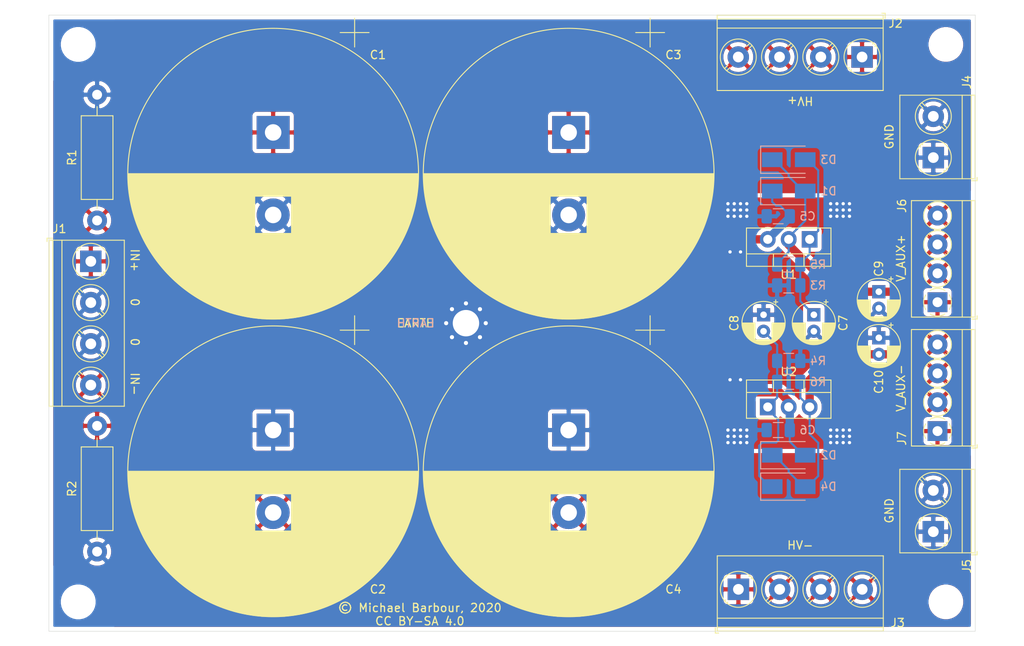
<source format=kicad_pcb>
(kicad_pcb (version 20171130) (host pcbnew 5.1.9)
  (layers (0 F.Cu signal) (31 B.Cu signal) (34 B.Paste user) (35 F.Paste user) (36 B.SilkS user) (37 F.SilkS user) (38 B.Mask user) (39 F.Mask user) (44 Edge.Cuts user))
  (net 0 "")
  (net 1 GND)
  (net 2 "Net-(C1-Pad1)")
  (net 3 "Net-(C2-Pad2)")
  (net 4 "Net-(C7-Pad1)")
  (net 5 "Net-(C8-Pad2)")
  (net 6 "Net-(C9-Pad1)")
  (net 7 "Net-(C10-Pad2)")
  (module MountingHole:MountingHole_3.2mm_M3_Pad_Via (layer F.Cu) (at 129.286 90.424)
    (fp_text reference H1 hide)
    (fp_text value MountingHole_Pad)
    (pad 1 thru_hole circle (at 1.697056 -1.697056) (size 0.8 0.8) (drill 0.5) (layers *.Cu *.Mask) (net 1 GND))
    (pad 1 thru_hole circle (at 0 -2.4) (size 0.8 0.8) (drill 0.5) (layers *.Cu *.Mask) (net 1 GND))
    (pad 1 thru_hole circle (at -1.697056 -1.697056) (size 0.8 0.8) (drill 0.5) (layers *.Cu *.Mask) (net 1 GND))
    (pad 1 thru_hole circle (at -2.4 0) (size 0.8 0.8) (drill 0.5) (layers *.Cu *.Mask) (net 1 GND))
    (pad 1 thru_hole circle (at -1.697056 1.697056) (size 0.8 0.8) (drill 0.5) (layers *.Cu *.Mask) (net 1 GND))
    (pad 1 thru_hole circle (at 0 2.4) (size 0.8 0.8) (drill 0.5) (layers *.Cu *.Mask) (net 1 GND))
    (pad 1 thru_hole circle (at 1.697056 1.697056) (size 0.8 0.8) (drill 0.5) (layers *.Cu *.Mask) (net 1 GND))
    (pad 1 thru_hole circle (at 2.4 0) (size 0.8 0.8) (drill 0.5) (layers *.Cu *.Mask) (net 1 GND))
    (pad 1 thru_hole circle (at 0 0) (size 6.4 6.4) (drill 3.2) (layers *.Cu *.Mask) (net 1 GND))
  )
  (module MountingHole:MountingHole_3.2mm_M3 (layer F.Cu) (at 82.296 56.642)
    (fp_text reference REF** hide)
    (fp_text value MountingHole_3.2mm_M3)
    (pad 1 np_thru_hole circle (at 0 0) (size 3.2 3.2) (drill 3.2) (layers *.Cu *.Mask))
  )
  (module MountingHole:MountingHole_3.2mm_M3 (layer F.Cu) (at 82.296 124.206)
    (fp_text reference REF** hide)
    (fp_text value MountingHole_3.2mm_M3)
    (pad 1 np_thru_hole circle (at 0 0) (size 3.2 3.2) (drill 3.2) (layers *.Cu *.Mask))
  )
  (module MountingHole:MountingHole_3.2mm_M3 (layer F.Cu) (at 187.452 124.206)
    (fp_text reference REF** hide)
    (fp_text value MountingHole_3.2mm_M3)
    (pad 1 np_thru_hole circle (at 0 0) (size 3.2 3.2) (drill 3.2) (layers *.Cu *.Mask))
  )
  (module MountingHole:MountingHole_3.2mm_M3 (layer F.Cu) (at 187.452 56.642)
    (fp_text reference REF** hide)
    (fp_text value MountingHole_3.2mm_M3)
    (pad 1 np_thru_hole circle (at 0 0) (size 3.2 3.2) (drill 3.2) (layers *.Cu *.Mask))
  )
  (module TerminalBlock_Phoenix:TerminalBlock_Phoenix_PT-1,5-2-5.0-H_1x02_P5.00mm_Horizontal (layer F.Cu) (at 185.928 115.697 90)
    (fp_text reference J5 (at -4.191 4.064 90) (layer F.SilkS))
    (fp_text value GND)
    (pad 2 thru_hole circle (at 5 0 90) (size 2.6 2.6) (drill 1.3) (layers *.Cu *.Mask) (net 1 GND))
    (pad 1 thru_hole rect (at 0 0 90) (size 2.6 2.6) (drill 1.3) (layers *.Cu *.Mask) (net 1 GND))
  )
  (module TerminalBlock_Phoenix:TerminalBlock_Phoenix_PT-1,5-2-5.0-H_1x02_P5.00mm_Horizontal (layer F.Cu) (at 185.928 70.358 90)
    (fp_text reference J4 (at 9.144 4.064 90) (layer F.SilkS))
    (fp_text value GND)
    (pad 2 thru_hole circle (at 5 0 90) (size 2.6 2.6) (drill 1.3) (layers *.Cu *.Mask) (net 1 GND))
    (pad 1 thru_hole rect (at 0 0 90) (size 2.6 2.6) (drill 1.3) (layers *.Cu *.Mask) (net 1 GND))
  )
  (module TerminalBlock_Phoenix:TerminalBlock_Phoenix_PT-1,5-4-5.0-H_1x04_P5.00mm_Horizontal (layer F.Cu) (at 162.306 122.682)
    (fp_text reference J3 (at 19.304 4.064) (layer F.SilkS))
    (fp_text value -35V)
    (pad 4 thru_hole circle (at 15 0) (size 2.6 2.6) (drill 1.3) (layers *.Cu *.Mask) (net 3 "Net-(C2-Pad2)"))
    (pad 3 thru_hole circle (at 10 0) (size 2.6 2.6) (drill 1.3) (layers *.Cu *.Mask) (net 3 "Net-(C2-Pad2)"))
    (pad 2 thru_hole circle (at 5 0) (size 2.6 2.6) (drill 1.3) (layers *.Cu *.Mask) (net 3 "Net-(C2-Pad2)"))
    (pad 1 thru_hole rect (at 0 0) (size 2.6 2.6) (drill 1.3) (layers *.Cu *.Mask) (net 3 "Net-(C2-Pad2)"))
  )
  (module TerminalBlock_Phoenix:TerminalBlock_Phoenix_PT-1,5-4-5.0-H_1x04_P5.00mm_Horizontal (layer F.Cu) (at 177.292 58.166 180)
    (fp_text reference J2 (at -4.064 4.064) (layer F.SilkS))
    (fp_text value +35V)
    (pad 4 thru_hole circle (at 15 0 180) (size 2.6 2.6) (drill 1.3) (layers *.Cu *.Mask) (net 2 "Net-(C1-Pad1)"))
    (pad 3 thru_hole circle (at 10 0 180) (size 2.6 2.6) (drill 1.3) (layers *.Cu *.Mask) (net 2 "Net-(C1-Pad1)"))
    (pad 2 thru_hole circle (at 5 0 180) (size 2.6 2.6) (drill 1.3) (layers *.Cu *.Mask) (net 2 "Net-(C1-Pad1)"))
    (pad 1 thru_hole rect (at 0 0 180) (size 2.6 2.6) (drill 1.3) (layers *.Cu *.Mask) (net 2 "Net-(C1-Pad1)"))
  )
  (module TerminalBlock_Phoenix:TerminalBlock_Phoenix_PT-1,5-4-3.5-H_1x04_P3.50mm_Horizontal (layer F.Cu) (at 186.436 103.505 90)
    (fp_text reference J7 (at -0.889 -4.318 90) (layer F.SilkS))
    (fp_text value -15V)
    (pad 4 thru_hole circle (at 10.5 0 90) (size 2.4 2.4) (drill 1.2) (layers *.Cu *.Mask) (net 7 "Net-(C10-Pad2)"))
    (pad 3 thru_hole circle (at 7 0 90) (size 2.4 2.4) (drill 1.2) (layers *.Cu *.Mask) (net 7 "Net-(C10-Pad2)"))
    (pad 2 thru_hole circle (at 3.5 0 90) (size 2.4 2.4) (drill 1.2) (layers *.Cu *.Mask) (net 7 "Net-(C10-Pad2)"))
    (pad 1 thru_hole rect (at 0 0 90) (size 2.4 2.4) (drill 1.2) (layers *.Cu *.Mask) (net 7 "Net-(C10-Pad2)"))
  )
  (module TerminalBlock_Phoenix:TerminalBlock_Phoenix_PT-1,5-4-3.5-H_1x04_P3.50mm_Horizontal (layer F.Cu) (at 186.436 87.884 90)
    (fp_text reference J6 (at 11.684 -4.318 90) (layer F.SilkS))
    (fp_text value +15V)
    (pad 4 thru_hole circle (at 10.5 0 90) (size 2.4 2.4) (drill 1.2) (layers *.Cu *.Mask) (net 6 "Net-(C9-Pad1)"))
    (pad 3 thru_hole circle (at 7 0 90) (size 2.4 2.4) (drill 1.2) (layers *.Cu *.Mask) (net 6 "Net-(C9-Pad1)"))
    (pad 2 thru_hole circle (at 3.5 0 90) (size 2.4 2.4) (drill 1.2) (layers *.Cu *.Mask) (net 6 "Net-(C9-Pad1)"))
    (pad 1 thru_hole rect (at 0 0 90) (size 2.4 2.4) (drill 1.2) (layers *.Cu *.Mask) (net 6 "Net-(C9-Pad1)"))
  )
  (module TerminalBlock_Phoenix:TerminalBlock_Phoenix_PT-1,5-4-5.0-H_1x04_P5.00mm_Horizontal (layer F.Cu) (at 83.82 82.931 270)
    (fp_text reference J1 (at -3.937 3.81 180) (layer F.SilkS))
    (fp_text value V_IN)
    (pad 4 thru_hole circle (at 15 0 270) (size 2.6 2.6) (drill 1.3) (layers *.Cu *.Mask) (net 3 "Net-(C2-Pad2)"))
    (pad 3 thru_hole circle (at 10 0 270) (size 2.6 2.6) (drill 1.3) (layers *.Cu *.Mask) (net 1 GND))
    (pad 2 thru_hole circle (at 5 0 270) (size 2.6 2.6) (drill 1.3) (layers *.Cu *.Mask) (net 1 GND))
    (pad 1 thru_hole rect (at 0 0 270) (size 2.6 2.6) (drill 1.3) (layers *.Cu *.Mask) (net 2 "Net-(C1-Pad1)"))
  )
  (module Capacitor_THT:CP_Radial_D35.0mm_P10.00mm_SnapIn (layer F.Cu) (at 141.732 103.378 270)
    (fp_text reference C4 (at 19.304 -12.7 180) (layer F.SilkS))
    (fp_text value 22000µ)
    (pad 2 thru_hole circle (at 10 0 270) (size 4 4) (drill 2) (layers *.Cu *.Mask) (net 3 "Net-(C2-Pad2)"))
    (pad 1 thru_hole rect (at 0 0 270) (size 4 4) (drill 2) (layers *.Cu *.Mask) (net 1 GND))
  )
  (module Capacitor_THT:CP_Radial_D35.0mm_P10.00mm_SnapIn (layer F.Cu) (at 141.732 67.31 270)
    (fp_text reference C3 (at -9.398 -12.7 180) (layer F.SilkS))
    (fp_text value 22000µ)
    (pad 2 thru_hole circle (at 10 0 270) (size 4 4) (drill 2) (layers *.Cu *.Mask) (net 1 GND))
    (pad 1 thru_hole rect (at 0 0 270) (size 4 4) (drill 2) (layers *.Cu *.Mask) (net 2 "Net-(C1-Pad1)"))
  )
  (module Capacitor_THT:CP_Radial_D5.0mm_P2.00mm (layer F.Cu) (at 179.324 92.202 270)
    (fp_text reference C10 (at 5.334 0 90) (layer F.SilkS))
    (fp_text value 22µ)
    (pad 2 thru_hole circle (at 2 0 270) (size 1.6 1.6) (drill 0.8) (layers *.Cu *.Mask) (net 7 "Net-(C10-Pad2)"))
    (pad 1 thru_hole rect (at 0 0 270) (size 1.6 1.6) (drill 0.8) (layers *.Cu *.Mask) (net 1 GND))
  )
  (module Capacitor_THT:CP_Radial_D5.0mm_P2.00mm (layer F.Cu) (at 179.324 86.614 270)
    (fp_text reference C9 (at -2.794 0 90) (layer F.SilkS))
    (fp_text value 22µ)
    (pad 2 thru_hole circle (at 2 0 270) (size 1.6 1.6) (drill 0.8) (layers *.Cu *.Mask) (net 1 GND))
    (pad 1 thru_hole rect (at 0 0 270) (size 1.6 1.6) (drill 0.8) (layers *.Cu *.Mask) (net 6 "Net-(C9-Pad1)"))
  )
  (module Capacitor_THT:CP_Radial_D5.0mm_P2.00mm (layer F.Cu) (at 165.354 89.408 270)
    (fp_text reference C8 (at 1.016 3.556 90) (layer F.SilkS))
    (fp_text value 22µ)
    (pad 2 thru_hole circle (at 2 0 270) (size 1.6 1.6) (drill 0.8) (layers *.Cu *.Mask) (net 5 "Net-(C8-Pad2)"))
    (pad 1 thru_hole rect (at 0 0 270) (size 1.6 1.6) (drill 0.8) (layers *.Cu *.Mask) (net 1 GND))
  )
  (module Capacitor_THT:CP_Radial_D5.0mm_P2.00mm (layer F.Cu) (at 171.45 89.408 270)
    (fp_text reference C7 (at 1 -3.556 90) (layer F.SilkS))
    (fp_text value 22µ)
    (pad 2 thru_hole circle (at 2 0 270) (size 1.6 1.6) (drill 0.8) (layers *.Cu *.Mask) (net 1 GND))
    (pad 1 thru_hole rect (at 0 0 270) (size 1.6 1.6) (drill 0.8) (layers *.Cu *.Mask) (net 4 "Net-(C7-Pad1)"))
  )
  (module Capacitor_SMD:C_1206_3216Metric (layer B.Cu) (at 167.132 103.378)
    (fp_text reference C6 (at 3.556 0) (layer B.SilkS) (effects (justify mirror)))
    (fp_text value 1µ)
    (pad 1 smd roundrect (at -1.4 0) (size 1.25 1.75) (layers B.Cu B.Paste B.Mask) (roundrect_rratio 0.2) (net 1 GND))
    (pad 2 smd roundrect (at 1.4 0) (size 1.25 1.75) (layers B.Cu B.Paste B.Mask) (roundrect_rratio 0.2) (net 3 "Net-(C2-Pad2)"))
  )
  (module Capacitor_SMD:C_1206_3216Metric (layer B.Cu) (at 167.132 77.47 180)
    (fp_text reference C5 (at -3.556 0 180) (layer B.SilkS) (effects (justify mirror)))
    (fp_text value 1µ)
    (pad 2 smd roundrect (at 1.4 0 180) (size 1.25 1.75) (layers B.Cu B.Paste B.Mask) (roundrect_rratio 0.2) (net 1 GND))
    (pad 1 smd roundrect (at -1.4 0 180) (size 1.25 1.75) (layers B.Cu B.Paste B.Mask) (roundrect_rratio 0.2) (net 2 "Net-(C1-Pad1)"))
  )
  (module Resistor_THT:R_Axial_DIN0411_L9.9mm_D3.6mm_P15.24mm_Horizontal (layer F.Cu) (at 84.582 118.11 90)
    (fp_text reference R2 (at 7.62 -3.048 90) (layer F.SilkS))
    (fp_text value 5.6k)
    (pad 2 thru_hole oval (at 15.24 0 90) (size 2.4 2.4) (drill 1.2) (layers *.Cu *.Mask) (net 3 "Net-(C2-Pad2)"))
    (pad 1 thru_hole circle (at 0 0 90) (size 2.4 2.4) (drill 1.2) (layers *.Cu *.Mask) (net 1 GND))
  )
  (module Resistor_THT:R_Axial_DIN0411_L9.9mm_D3.6mm_P15.24mm_Horizontal (layer F.Cu) (at 84.582 77.978 90)
    (fp_text reference R1 (at 7.62 -3.048 90) (layer F.SilkS))
    (fp_text value 5.6k)
    (pad 2 thru_hole oval (at 15.24 0 90) (size 2.4 2.4) (drill 1.2) (layers *.Cu *.Mask) (net 1 GND))
    (pad 1 thru_hole circle (at 0 0 90) (size 2.4 2.4) (drill 1.2) (layers *.Cu *.Mask) (net 2 "Net-(C1-Pad1)"))
  )
  (module Package_TO_SOT_THT:TO-220-3_Vertical (layer F.Cu) (at 165.862 100.584)
    (fp_text reference U2 (at 2.54 -4.27) (layer F.SilkS))
    (fp_text value LM337_TO220)
    (pad 3 thru_hole oval (at 5.08 0) (size 1.905 2) (drill 1.1) (layers *.Cu *.Mask) (net 7 "Net-(C10-Pad2)"))
    (pad 2 thru_hole oval (at 2.54 0) (size 1.905 2) (drill 1.1) (layers *.Cu *.Mask) (net 3 "Net-(C2-Pad2)"))
    (pad 1 thru_hole rect (at 0 0) (size 1.905 2) (drill 1.1) (layers *.Cu *.Mask) (net 5 "Net-(C8-Pad2)"))
  )
  (module Package_TO_SOT_THT:TO-220-3_Vertical (layer F.Cu) (at 170.942 80.264 180)
    (fp_text reference U1 (at 2.54 -4.27) (layer F.SilkS))
    (fp_text value LM317_TO-220)
    (pad 3 thru_hole oval (at 5.08 0 180) (size 1.905 2) (drill 1.1) (layers *.Cu *.Mask) (net 2 "Net-(C1-Pad1)"))
    (pad 2 thru_hole oval (at 2.54 0 180) (size 1.905 2) (drill 1.1) (layers *.Cu *.Mask) (net 6 "Net-(C9-Pad1)"))
    (pad 1 thru_hole rect (at 0 0 180) (size 1.905 2) (drill 1.1) (layers *.Cu *.Mask) (net 4 "Net-(C7-Pad1)"))
  )
  (module Resistor_SMD:R_1206_3216Metric (layer B.Cu) (at 168.402 97.536)
    (fp_text reference R6 (at 3.556 0) (layer B.SilkS) (effects (justify mirror)))
    (fp_text value 220R)
    (pad 2 smd roundrect (at 1.4 0) (size 1.25 1.75) (layers B.Cu B.Paste B.Mask) (roundrect_rratio 0.2) (net 7 "Net-(C10-Pad2)"))
    (pad 1 smd roundrect (at -1.4 0) (size 1.25 1.75) (layers B.Cu B.Paste B.Mask) (roundrect_rratio 0.2) (net 5 "Net-(C8-Pad2)"))
  )
  (module Resistor_SMD:R_1206_3216Metric (layer B.Cu) (at 168.402 83.312)
    (fp_text reference R5 (at 3.556 0) (layer B.SilkS) (effects (justify mirror)))
    (fp_text value 220R)
    (pad 2 smd roundrect (at 1.4 0) (size 1.25 1.75) (layers B.Cu B.Paste B.Mask) (roundrect_rratio 0.2) (net 4 "Net-(C7-Pad1)"))
    (pad 1 smd roundrect (at -1.4 0) (size 1.25 1.75) (layers B.Cu B.Paste B.Mask) (roundrect_rratio 0.2) (net 6 "Net-(C9-Pad1)"))
  )
  (module Resistor_SMD:R_1206_3216Metric (layer B.Cu) (at 168.402 94.996 180)
    (fp_text reference R4 (at -3.556 0) (layer B.SilkS) (effects (justify mirror)))
    (fp_text value 2.4k)
    (pad 2 smd roundrect (at 1.4 0 180) (size 1.25 1.75) (layers B.Cu B.Paste B.Mask) (roundrect_rratio 0.2) (net 5 "Net-(C8-Pad2)"))
    (pad 1 smd roundrect (at -1.4 0 180) (size 1.25 1.75) (layers B.Cu B.Paste B.Mask) (roundrect_rratio 0.2) (net 1 GND))
  )
  (module Resistor_SMD:R_1206_3216Metric (layer B.Cu) (at 168.402 85.852 180)
    (fp_text reference R3 (at -3.556 0) (layer B.SilkS) (effects (justify mirror)))
    (fp_text value 2.4k)
    (pad 2 smd roundrect (at 1.4 0 180) (size 1.25 1.75) (layers B.Cu B.Paste B.Mask) (roundrect_rratio 0.2) (net 1 GND))
    (pad 1 smd roundrect (at -1.4 0 180) (size 1.25 1.75) (layers B.Cu B.Paste B.Mask) (roundrect_rratio 0.2) (net 4 "Net-(C7-Pad1)"))
  )
  (module Diode_SMD:D_SMA (layer B.Cu) (at 168.402 110.236)
    (fp_text reference D4 (at 4.826 0) (layer B.SilkS) (effects (justify mirror)))
    (fp_text value S1G)
    (pad 1 smd rect (at -2 0) (size 2.5 1.8) (layers B.Cu B.Paste B.Mask) (net 5 "Net-(C8-Pad2)"))
    (pad 2 smd rect (at 2 0) (size 2.5 1.8) (layers B.Cu B.Paste B.Mask) (net 7 "Net-(C10-Pad2)"))
  )
  (module Diode_SMD:D_SMA (layer B.Cu) (at 168.402 70.612)
    (fp_text reference D3 (at 4.826 0) (layer B.SilkS) (effects (justify mirror)))
    (fp_text value S1G)
    (pad 2 smd rect (at 2 0) (size 2.5 1.8) (layers B.Cu B.Paste B.Mask) (net 4 "Net-(C7-Pad1)"))
    (pad 1 smd rect (at -2 0) (size 2.5 1.8) (layers B.Cu B.Paste B.Mask) (net 6 "Net-(C9-Pad1)"))
  )
  (module Diode_SMD:D_SMA (layer B.Cu) (at 168.402 106.426)
    (fp_text reference D2 (at 4.826 0) (layer B.SilkS) (effects (justify mirror)))
    (fp_text value S1G)
    (pad 2 smd rect (at 2 0) (size 2.5 1.8) (layers B.Cu B.Paste B.Mask) (net 3 "Net-(C2-Pad2)"))
    (pad 1 smd rect (at -2 0) (size 2.5 1.8) (layers B.Cu B.Paste B.Mask) (net 7 "Net-(C10-Pad2)"))
  )
  (module Diode_SMD:D_SMA (layer B.Cu) (at 168.402 74.422)
    (fp_text reference D1 (at 4.826 0) (layer B.SilkS) (effects (justify mirror)))
    (fp_text value S1G)
    (pad 2 smd rect (at 2 0) (size 2.5 1.8) (layers B.Cu B.Paste B.Mask) (net 6 "Net-(C9-Pad1)"))
    (pad 1 smd rect (at -2 0) (size 2.5 1.8) (layers B.Cu B.Paste B.Mask) (net 2 "Net-(C1-Pad1)"))
  )
  (module Capacitor_THT:CP_Radial_D35.0mm_P10.00mm_SnapIn (layer F.Cu) (at 105.918 103.378 270)
    (fp_text reference C2 (at 19.304 -12.7 180) (layer F.SilkS))
    (fp_text value 22000µ)
    (pad 2 thru_hole circle (at 10 0 270) (size 4 4) (drill 2) (layers *.Cu *.Mask) (net 3 "Net-(C2-Pad2)"))
    (pad 1 thru_hole rect (at 0 0 270) (size 4 4) (drill 2) (layers *.Cu *.Mask) (net 1 GND))
  )
  (module Capacitor_THT:CP_Radial_D35.0mm_P10.00mm_SnapIn (layer F.Cu) (at 105.918 67.31 270)
    (fp_text reference C1 (at -9.398 -12.7 180) (layer F.SilkS))
    (fp_text value 22000µ)
    (pad 2 thru_hole circle (at 10 0 270) (size 4 4) (drill 2) (layers *.Cu *.Mask) (net 1 GND))
    (pad 1 thru_hole rect (at 0 0 270) (size 4 4) (drill 2) (layers *.Cu *.Mask) (net 2 "Net-(C1-Pad1)"))
  )
  (gr_text "© Michael Barbour, 2020\nCC BY-SA 4.0" (at 123.698 125.73) (layer F.SilkS) (effects (font (size 1 1))))
  (gr_text EARTH (at 123.19 90.424) (layer B.SilkS) (effects (font (size 1 1)) (justify mirror)))
  (gr_text EARTH (at 123.19 90.424) (layer F.SilkS) (effects (font (size 1 1))))
  (gr_text V_AUX- (at 181.991 98.298 90) (layer F.SilkS) (effects (font (size 1 1))))
  (gr_text V_AUX+ (at 181.991 82.55 90) (layer F.SilkS) (effects (font (size 1 1))))
  (gr_text GND (at 180.594 113.157 90) (layer F.SilkS) (effects (font (size 1 1))))
  (gr_text HV- (at 169.799 117.348) (layer F.SilkS) (effects (font (size 1 1))))
  (gr_text GND (at 180.594 67.818 90) (layer F.SilkS) (effects (font (size 1 1))))
  (gr_text HV+ (at 169.799 63.5 180) (layer F.SilkS) (effects (font (size 1 1))))
  (gr_text 0 (at 89.154 92.71 270) (layer F.SilkS) (effects (font (size 1 1))))
  (gr_text 0 (at 89.154 87.884 270) (layer F.SilkS) (effects (font (size 1 1))))
  (gr_text IN- (at 89.154 97.79 270) (layer F.SilkS) (effects (font (size 1 1))))
  (gr_text IN+ (at 89.154 82.804 270) (layer F.SilkS) (effects (font (size 1 1))))
  (gr_line (start 78.74 127.762) (end 78.74 53.086) (layer Edge.Cuts) (width 0.05))
  (gr_line (start 191.008 127.762) (end 78.74 127.762) (layer Edge.Cuts) (width 0.05))
  (gr_line (start 191.008 53.086) (end 191.008 127.762) (layer Edge.Cuts) (width 0.05))
  (gr_line (start 78.74 53.086) (end 191.008 53.086) (layer Edge.Cuts) (width 0.05))
  (via (at 175.768 75.946) (size 0.8) (drill 0.4) (layers F.Cu B.Cu) (net 1))
  (via (at 175.768 76.708) (size 0.8) (drill 0.4) (layers F.Cu B.Cu) (net 1))
  (via (at 175.768 77.47) (size 0.8) (drill 0.4) (layers F.Cu B.Cu) (net 1))
  (via (at 175.006 75.946) (size 0.8) (drill 0.4) (layers F.Cu B.Cu) (net 1))
  (via (at 175.006 76.708) (size 0.8) (drill 0.4) (layers F.Cu B.Cu) (net 1))
  (via (at 175.006 77.47) (size 0.8) (drill 0.4) (layers F.Cu B.Cu) (net 1))
  (via (at 174.244 75.946) (size 0.8) (drill 0.4) (layers F.Cu B.Cu) (net 1))
  (via (at 174.244 76.708) (size 0.8) (drill 0.4) (layers F.Cu B.Cu) (net 1))
  (via (at 174.244 77.47) (size 0.8) (drill 0.4) (layers F.Cu B.Cu) (net 1))
  (via (at 161.798 76.708) (size 0.8) (drill 0.4) (layers F.Cu B.Cu) (net 1))
  (via (at 162.56 77.47) (size 0.8) (drill 0.4) (layers F.Cu B.Cu) (net 1))
  (via (at 161.798 77.47) (size 0.8) (drill 0.4) (layers F.Cu B.Cu) (net 1))
  (via (at 161.798 75.946) (size 0.8) (drill 0.4) (layers F.Cu B.Cu) (net 1))
  (via (at 161.036 77.47) (size 0.8) (drill 0.4) (layers F.Cu B.Cu) (net 1))
  (via (at 161.036 75.946) (size 0.8) (drill 0.4) (layers F.Cu B.Cu) (net 1))
  (via (at 162.56 76.708) (size 0.8) (drill 0.4) (layers F.Cu B.Cu) (net 1))
  (via (at 161.036 76.708) (size 0.8) (drill 0.4) (layers F.Cu B.Cu) (net 1))
  (via (at 162.56 75.946) (size 0.8) (drill 0.4) (layers F.Cu B.Cu) (net 1))
  (via (at 161.798 104.902) (size 0.8) (drill 0.4) (layers F.Cu B.Cu) (net 1))
  (via (at 161.036 104.902) (size 0.8) (drill 0.4) (layers F.Cu B.Cu) (net 1))
  (via (at 162.56 104.14) (size 0.8) (drill 0.4) (layers F.Cu B.Cu) (net 1))
  (via (at 162.56 104.902) (size 0.8) (drill 0.4) (layers F.Cu B.Cu) (net 1))
  (via (at 161.798 104.14) (size 0.8) (drill 0.4) (layers F.Cu B.Cu) (net 1))
  (via (at 161.036 104.14) (size 0.8) (drill 0.4) (layers F.Cu B.Cu) (net 1))
  (via (at 162.56 103.378) (size 0.8) (drill 0.4) (layers F.Cu B.Cu) (net 1))
  (via (at 161.798 103.378) (size 0.8) (drill 0.4) (layers F.Cu B.Cu) (net 1))
  (via (at 161.036 103.378) (size 0.8) (drill 0.4) (layers F.Cu B.Cu) (net 1))
  (via (at 175.768 104.902) (size 0.8) (drill 0.4) (layers F.Cu B.Cu) (net 1))
  (via (at 174.244 103.378) (size 0.8) (drill 0.4) (layers F.Cu B.Cu) (net 1))
  (via (at 175.006 104.14) (size 0.8) (drill 0.4) (layers F.Cu B.Cu) (net 1))
  (via (at 175.768 104.14) (size 0.8) (drill 0.4) (layers F.Cu B.Cu) (net 1))
  (via (at 175.006 104.902) (size 0.8) (drill 0.4) (layers F.Cu B.Cu) (net 1))
  (via (at 175.768 103.378) (size 0.8) (drill 0.4) (layers F.Cu B.Cu) (net 1))
  (via (at 175.006 103.378) (size 0.8) (drill 0.4) (layers F.Cu B.Cu) (net 1))
  (via (at 174.244 104.902) (size 0.8) (drill 0.4) (layers F.Cu B.Cu) (net 1))
  (via (at 174.244 104.14) (size 0.8) (drill 0.4) (layers F.Cu B.Cu) (net 1))
  (via (at 163.322 76.708) (size 0.8) (drill 0.4) (layers F.Cu B.Cu) (net 1))
  (via (at 163.322 77.47) (size 0.8) (drill 0.4) (layers F.Cu B.Cu) (net 1))
  (via (at 163.322 75.946) (size 0.8) (drill 0.4) (layers F.Cu B.Cu) (net 1))
  (via (at 173.482 75.946) (size 0.8) (drill 0.4) (layers F.Cu B.Cu) (net 1))
  (via (at 173.482 76.708) (size 0.8) (drill 0.4) (layers F.Cu B.Cu) (net 1))
  (via (at 173.482 77.47) (size 0.8) (drill 0.4) (layers F.Cu B.Cu) (net 1))
  (via (at 163.322 104.902) (size 0.8) (drill 0.4) (layers F.Cu B.Cu) (net 1))
  (via (at 163.322 104.14) (size 0.8) (drill 0.4) (layers F.Cu B.Cu) (net 1))
  (via (at 163.322 103.378) (size 0.8) (drill 0.4) (layers F.Cu B.Cu) (net 1))
  (via (at 173.482 104.902) (size 0.8) (drill 0.4) (layers F.Cu B.Cu) (net 1))
  (via (at 173.482 104.14) (size 0.8) (drill 0.4) (layers F.Cu B.Cu) (net 1))
  (via (at 173.482 103.378) (size 0.8) (drill 0.4) (layers F.Cu B.Cu) (net 1))
  (via (at 161.29 81.788) (size 0.8) (drill 0.4) (layers F.Cu B.Cu) (net 1))
  (via (at 162.56 81.788) (size 0.8) (drill 0.4) (layers F.Cu B.Cu) (net 1))
  (via (at 161.29 97.282) (size 0.8) (drill 0.4) (layers F.Cu B.Cu) (net 1))
  (via (at 162.56 97.282) (size 0.8) (drill 0.4) (layers F.Cu B.Cu) (net 1))
  (segment (start 165.862 80.264) (end 158.242 80.264) (width 1) (layer F.Cu) (net 2))
  (segment (start 168.532 77.594) (end 165.862 80.264) (width 1) (layer B.Cu) (net 2))
  (segment (start 168.532 77.47) (end 168.532 77.594) (width 1) (layer B.Cu) (net 2))
  (segment (start 168.532 77.47) (end 168.532 77.346) (width 0.25) (layer B.Cu) (net 2))
  (segment (start 168.532 77.346) (end 167.386 76.2) (width 0.25) (layer B.Cu) (net 2))
  (segment (start 167.386 76.2) (end 166.878 76.2) (width 0.25) (layer B.Cu) (net 2))
  (segment (start 166.402 75.724) (end 166.402 74.422) (width 0.25) (layer B.Cu) (net 2))
  (segment (start 166.878 76.2) (end 166.402 75.724) (width 0.25) (layer B.Cu) (net 2))
  (segment (start 168.402 99.911498) (end 167.296502 98.806) (width 1) (layer F.Cu) (net 3))
  (segment (start 168.402 100.584) (end 168.402 99.911498) (width 1) (layer F.Cu) (net 3))
  (segment (start 167.296502 98.806) (end 158.242 98.806) (width 1) (layer F.Cu) (net 3))
  (segment (start 168.532 100.714) (end 168.402 100.584) (width 1) (layer B.Cu) (net 3))
  (segment (start 168.532 103.378) (end 168.532 100.714) (width 1) (layer B.Cu) (net 3))
  (segment (start 168.532 103.378) (end 168.532 104.778) (width 0.25) (layer B.Cu) (net 3))
  (segment (start 170.18 106.426) (end 170.402 106.426) (width 0.25) (layer B.Cu) (net 3))
  (segment (start 168.532 104.778) (end 170.18 106.426) (width 0.25) (layer B.Cu) (net 3))
  (segment (start 170.402 70.612) (end 170.688 70.612) (width 0.25) (layer B.Cu) (net 4))
  (segment (start 171.977001 79.228999) (end 170.942 80.264) (width 0.25) (layer B.Cu) (net 4))
  (segment (start 171.977001 71.901001) (end 171.977001 79.228999) (width 0.25) (layer B.Cu) (net 4))
  (segment (start 170.688 70.612) (end 171.977001 71.901001) (width 0.25) (layer B.Cu) (net 4))
  (segment (start 169.802 83.312) (end 169.802 83.182) (width 0.25) (layer B.Cu) (net 4))
  (segment (start 170.942 82.042) (end 170.942 80.264) (width 0.25) (layer B.Cu) (net 4))
  (segment (start 169.802 83.182) (end 170.942 82.042) (width 0.25) (layer B.Cu) (net 4))
  (segment (start 169.802 83.312) (end 169.802 85.852) (width 0.25) (layer B.Cu) (net 4))
  (segment (start 169.802 87.76) (end 171.45 89.408) (width 0.25) (layer B.Cu) (net 4))
  (segment (start 169.802 85.852) (end 169.802 87.76) (width 0.25) (layer B.Cu) (net 4))
  (segment (start 167.002 94.996) (end 167.002 97.536) (width 0.25) (layer B.Cu) (net 5))
  (segment (start 167.002 99.444) (end 165.862 100.584) (width 0.25) (layer B.Cu) (net 5))
  (segment (start 167.002 97.536) (end 167.002 99.444) (width 0.25) (layer B.Cu) (net 5))
  (segment (start 165.862 100.584) (end 165.862 100.838) (width 0.25) (layer B.Cu) (net 5))
  (segment (start 165.862 100.838) (end 167.132 102.108) (width 0.25) (layer B.Cu) (net 5))
  (segment (start 167.132 102.108) (end 167.132 104.648) (width 0.25) (layer B.Cu) (net 5))
  (segment (start 167.132 104.648) (end 166.878 104.902) (width 0.25) (layer B.Cu) (net 5))
  (segment (start 164.826999 105.265999) (end 164.826999 108.946999) (width 0.25) (layer B.Cu) (net 5))
  (segment (start 165.190998 104.902) (end 164.826999 105.265999) (width 0.25) (layer B.Cu) (net 5))
  (segment (start 166.878 104.902) (end 165.190998 104.902) (width 0.25) (layer B.Cu) (net 5))
  (segment (start 166.116 110.236) (end 166.402 110.236) (width 0.25) (layer B.Cu) (net 5))
  (segment (start 164.826999 108.946999) (end 166.116 110.236) (width 0.25) (layer B.Cu) (net 5))
  (segment (start 167.002 93.056) (end 165.354 91.408) (width 0.25) (layer B.Cu) (net 5))
  (segment (start 167.002 94.996) (end 167.002 93.056) (width 0.25) (layer B.Cu) (net 5))
  (segment (start 168.402 80.264) (end 168.402 80.01) (width 0.25) (layer B.Cu) (net 6))
  (segment (start 170.402 78.01) (end 170.402 74.422) (width 0.25) (layer B.Cu) (net 6))
  (segment (start 168.402 80.01) (end 170.402 78.01) (width 0.25) (layer B.Cu) (net 6))
  (segment (start 167.002 83.312) (end 167.002 83.188) (width 0.25) (layer B.Cu) (net 6))
  (segment (start 168.402 81.788) (end 168.402 80.264) (width 0.25) (layer B.Cu) (net 6))
  (segment (start 167.002 83.188) (end 168.402 81.788) (width 0.25) (layer B.Cu) (net 6))
  (segment (start 166.402 70.612) (end 166.624 70.612) (width 0.25) (layer B.Cu) (net 6))
  (segment (start 166.624 70.612) (end 168.402 72.39) (width 0.25) (layer B.Cu) (net 6))
  (segment (start 168.402 72.39) (end 168.402 72.644) (width 0.25) (layer B.Cu) (net 6))
  (segment (start 170.18 74.422) (end 170.402 74.422) (width 0.25) (layer B.Cu) (net 6))
  (segment (start 168.402 72.644) (end 170.18 74.422) (width 0.25) (layer B.Cu) (net 6))
  (segment (start 174.079498 86.614) (end 179.324 86.614) (width 1) (layer F.Cu) (net 6))
  (segment (start 168.402 80.936502) (end 174.079498 86.614) (width 1) (layer F.Cu) (net 6))
  (segment (start 168.402 80.264) (end 168.402 80.936502) (width 1) (layer F.Cu) (net 6))
  (segment (start 179.324 86.614) (end 182.118 86.614) (width 1) (layer F.Cu) (net 6))
  (segment (start 169.802 99.444) (end 170.942 100.584) (width 0.25) (layer B.Cu) (net 7))
  (segment (start 169.802 97.536) (end 169.802 99.444) (width 0.25) (layer B.Cu) (net 7))
  (segment (start 166.402 106.426) (end 166.624 106.426) (width 0.25) (layer B.Cu) (net 7))
  (segment (start 166.624 106.426) (end 168.402 108.204) (width 0.25) (layer B.Cu) (net 7))
  (segment (start 168.402 108.204) (end 168.402 108.458) (width 0.25) (layer B.Cu) (net 7))
  (segment (start 170.18 110.236) (end 170.402 110.236) (width 0.25) (layer B.Cu) (net 7))
  (segment (start 168.402 108.458) (end 170.18 110.236) (width 0.25) (layer B.Cu) (net 7))
  (segment (start 170.942 100.584) (end 170.942 103.886) (width 0.25) (layer B.Cu) (net 7))
  (segment (start 171.977001 104.921001) (end 171.977001 108.946999) (width 0.25) (layer B.Cu) (net 7))
  (segment (start 170.942 103.886) (end 171.977001 104.921001) (width 0.25) (layer B.Cu) (net 7))
  (segment (start 170.688 110.236) (end 170.402 110.236) (width 0.25) (layer B.Cu) (net 7))
  (segment (start 171.977001 108.946999) (end 170.688 110.236) (width 0.25) (layer B.Cu) (net 7))
  (segment (start 170.942 100.584) (end 170.942 97.282) (width 1) (layer F.Cu) (net 7))
  (segment (start 174.022 94.202) (end 179.324 94.202) (width 1) (layer F.Cu) (net 7))
  (segment (start 170.942 97.282) (end 174.022 94.202) (width 1) (layer F.Cu) (net 7))
  (segment (start 179.324 94.202) (end 182.086 94.202) (width 1) (layer F.Cu) (net 7))
  (zone (net 1) (net_name GND) (layer B.Cu) (connect_pads (clearance 0.508)) (min_thickness 0.254) (fill yes (arc_segments 32) (thermal_gap 0.508) (thermal_bridge_width 0.508))
    (polygon (pts (xy 191.516 128.27) (xy 78.232 128.27) (xy 78.232 52.578) (xy 191.516 52.578)))
  )
  (zone (net 2) (net_name "Net-(C1-Pad1)") (layer F.Cu) (connect_pads (clearance 0.508)) (min_thickness 0.254) (fill yes (arc_segments 32) (thermal_gap 0.508) (thermal_bridge_width 0.508) (smoothing fillet) (radius 0.5))
    (polygon (pts (xy 180.848 53.594) (xy 180.848 74.676) (xy 159.512 74.676) (xy 159.512 89.916) (xy 79.248 89.916) (xy 79.248 60.706) (xy 86.36 60.706) (xy 86.36 53.594)))
  )
  (zone (net 3) (net_name "Net-(C2-Pad2)") (layer F.Cu) (connect_pads (clearance 0.508)) (min_thickness 0.254) (fill yes (arc_segments 32) (thermal_gap 0.508) (thermal_bridge_width 0.508) (smoothing fillet) (radius 0.5))
    (polygon (pts (xy 159.512 106.172) (xy 180.848 106.172) (xy 180.848 127.254) (xy 86.36 127.254) (xy 86.36 120.142) (xy 79.248 120.142) (xy 79.248 90.932) (xy 159.512 90.932)))
  )
  (zone (net 1) (net_name GND) (layer F.Cu) (connect_pads (clearance 0.508)) (min_thickness 0.254) (fill yes (arc_segments 32) (thermal_gap 0.508) (thermal_bridge_width 0.508) (smoothing fillet) (radius 0.5))
    (polygon (pts (xy 180.848 105.664) (xy 160.02 105.664) (xy 160.02 75.184) (xy 180.848 75.184)))
  )
  (zone (net 6) (net_name "Net-(C9-Pad1)") (layer F.Cu) (connect_pads (clearance 0.508)) (min_thickness 0.254) (fill yes (arc_segments 32) (thermal_gap 0.508) (thermal_bridge_width 0.508) (smoothing fillet) (radius 0.5))
    (polygon (pts (xy 190.5 89.916) (xy 181.356 89.916) (xy 181.356 75.184) (xy 190.5 75.184)))
  )
  (zone (net 7) (net_name "Net-(C10-Pad2)") (layer F.Cu) (connect_pads (clearance 0.508)) (min_thickness 0.254) (fill yes (arc_segments 32) (thermal_gap 0.508) (thermal_bridge_width 0.508) (smoothing fillet) (radius 0.5))
    (polygon (pts (xy 190.5 105.664) (xy 181.356 105.664) (xy 181.356 90.932) (xy 190.5 90.932)))
  )
  (zone (net 1) (net_name GND) (layer B.Cu) (connect_pads yes (clearance 0.508)) (min_thickness 0.254) (fill yes (arc_segments 32) (thermal_gap 0.508) (thermal_bridge_width 0.508))
    (polygon (pts (xy 133.604 94.742) (xy 124.968 94.742) (xy 124.968 86.106) (xy 133.604 86.106)))
  )
  (zone (net 1) (net_name GND) (layer F.Cu) (connect_pads (clearance 0.508)) (min_thickness 0.254) (fill yes (arc_segments 32) (thermal_gap 0.508) (thermal_bridge_width 0.508) (smoothing fillet) (radius 0.5))
    (polygon (pts (xy 190.5 74.676) (xy 181.356 74.676) (xy 181.356 53.594) (xy 190.5 53.594)))
  )
  (zone (net 1) (net_name GND) (layer F.Cu) (connect_pads (clearance 0.508)) (min_thickness 0.254) (fill yes (arc_segments 32) (thermal_gap 0.508) (thermal_bridge_width 0.508) (smoothing fillet) (radius 0.5))
    (polygon (pts (xy 190.5 127.254) (xy 181.356 127.254) (xy 181.356 106.172) (xy 190.5 106.172)))
  )
)
</source>
